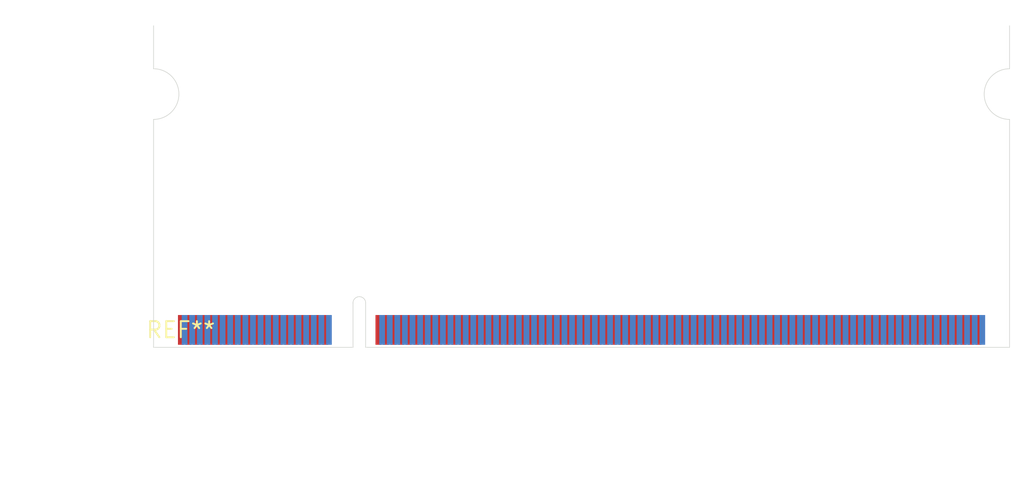
<source format=kicad_pcb>
(kicad_pcb (version 20240108) (generator pcbnew)
  (layers (0 "F.Cu" signal) (31 "B.Cu" signal) (34 "B.Paste" user) (35 "F.Paste" user) (36 "B.SilkS" user "B.Silkscreen") (37 "F.SilkS" user "F.Silkscreen") (38 "B.Mask" user) (39 "F.Mask" user) (44 "Edge.Cuts" user))
  (net 0 "")
  (footprint "SODIMM-200_1.8V_Card_edge" (layer "F.Cu") (at 0 0)
    (property "Reference" "REF**")
    (property "Value" "SODIMM-200_1.8V_Card_edge")
    (fp_line (start -2.15 -20.625) (end -2.15 -24.025) (layer "Edge.Cuts") (stroke (width 0.05)))
    (fp_line (start -2.15 1.375) (end -2.15 -16.625) (layer "Edge.Cuts") (stroke (width 0.05)))
    (fp_line (start 13.6 1.375) (end -2.15 1.375) (layer "Edge.Cuts") (stroke (width 0.05)))
    (fp_line (start 13.6 1.375) (end 13.6 -2.125) (layer "Edge.Cuts") (stroke (width 0.05)))
    (fp_line (start 14.6 -2.125) (end 14.6 1.375) (layer "Edge.Cuts") (stroke (width 0.05)))
    (fp_line (start 14.6 1.375) (end 65.45 1.375) (layer "Edge.Cuts") (stroke (width 0.05)))
    (fp_line (start 65.45 -20.625) (end 65.45 -24.025) (layer "Edge.Cuts") (stroke (width 0.05)))
    (fp_line (start 65.45 1.375) (end 65.45 -16.625) (layer "Edge.Cuts") (stroke (width 0.05)))
    (fp_arc (start -2.15 -20.625) (mid -0.15 -18.625) (end -2.15 -16.625) (layer "Edge.Cuts") (stroke (width 0.05)))
    (fp_arc (start 13.6 -2.125) (mid 14.1 -2.625) (end 14.6 -2.125) (layer "Edge.Cuts") (stroke (width 0.05)))
    (fp_arc (start 65.45 -16.625) (mid 63.45 -18.625) (end 65.45 -20.625) (layer "Edge.Cuts") (stroke (width 0.05)))
    (pad "1" connect rect (at 0 0) (size 0.45 2.35) (layers "F.Cu" "F.Mask"))
    (pad "2" connect rect (at 0.3 0) (size 0.45 2.35) (layers "B.Cu" "B.Mask"))
    (pad "3" connect rect (at 0.6 0) (size 0.45 2.35) (layers "F.Cu" "F.Mask"))
    (pad "4" connect rect (at 0.9 0) (size 0.45 2.35) (layers "B.Cu" "B.Mask"))
    (pad "5" connect rect (at 1.2 0) (size 0.45 2.35) (layers "F.Cu" "F.Mask"))
    (pad "6" connect rect (at 1.5 0) (size 0.45 2.35) (layers "B.Cu" "B.Mask"))
    (pad "7" connect rect (at 1.8 0) (size 0.45 2.35) (layers "F.Cu" "F.Mask"))
    (pad "8" connect rect (at 2.1 0) (size 0.45 2.35) (layers "B.Cu" "B.Mask"))
    (pad "9" connect rect (at 2.4 0) (size 0.45 2.35) (layers "F.Cu" "F.Mask"))
    (pad "10" connect rect (at 2.7 0) (size 0.45 2.35) (layers "B.Cu" "B.Mask"))
    (pad "11" connect rect (at 3 0) (size 0.45 2.35) (layers "F.Cu" "F.Mask"))
    (pad "12" connect rect (at 3.3 0) (size 0.45 2.35) (layers "B.Cu" "B.Mask"))
    (pad "13" connect rect (at 3.6 0) (size 0.45 2.35) (layers "F.Cu" "F.Mask"))
    (pad "14" connect rect (at 3.9 0) (size 0.45 2.35) (layers "B.Cu" "B.Mask"))
    (pad "15" connect rect (at 4.2 0) (size 0.45 2.35) (layers "F.Cu" "F.Mask"))
    (pad "16" connect rect (at 4.5 0) (size 0.45 2.35) (layers "B.Cu" "B.Mask"))
    (pad "17" connect rect (at 4.8 0) (size 0.45 2.35) (layers "F.Cu" "F.Mask"))
    (pad "18" connect rect (at 5.1 0) (size 0.45 2.35) (layers "B.Cu" "B.Mask"))
    (pad "19" connect rect (at 5.4 0) (size 0.45 2.35) (layers "F.Cu" "F.Mask"))
    (pad "20" connect rect (at 5.7 0) (size 0.45 2.35) (layers "B.Cu" "B.Mask"))
    (pad "21" connect rect (at 6 0) (size 0.45 2.35) (layers "F.Cu" "F.Mask"))
    (pad "22" connect rect (at 6.3 0) (size 0.45 2.35) (layers "B.Cu" "B.Mask"))
    (pad "23" connect rect (at 6.6 0) (size 0.45 2.35) (layers "F.Cu" "F.Mask"))
    (pad "24" connect rect (at 6.9 0) (size 0.45 2.35) (layers "B.Cu" "B.Mask"))
    (pad "25" connect rect (at 7.2 0) (size 0.45 2.35) (layers "F.Cu" "F.Mask"))
    (pad "26" connect rect (at 7.5 0) (size 0.45 2.35) (layers "B.Cu" "B.Mask"))
    (pad "27" connect rect (at 7.8 0) (size 0.45 2.35) (layers "F.Cu" "F.Mask"))
    (pad "28" connect rect (at 8.1 0) (size 0.45 2.35) (layers "B.Cu" "B.Mask"))
    (pad "29" connect rect (at 8.4 0) (size 0.45 2.35) (layers "F.Cu" "F.Mask"))
    (pad "30" connect rect (at 8.7 0) (size 0.45 2.35) (layers "B.Cu" "B.Mask"))
    (pad "31" connect rect (at 9 0) (size 0.45 2.35) (layers "F.Cu" "F.Mask"))
    (pad "32" connect rect (at 9.3 0) (size 0.45 2.35) (layers "B.Cu" "B.Mask"))
    (pad "33" connect rect (at 9.6 0) (size 0.45 2.35) (layers "F.Cu" "F.Mask"))
    (pad "34" connect rect (at 9.9 0) (size 0.45 2.35) (layers "B.Cu" "B.Mask"))
    (pad "35" connect rect (at 10.2 0) (size 0.45 2.35) (layers "F.Cu" "F.Mask"))
    (pad "36" connect rect (at 10.5 0) (size 0.45 2.35) (layers "B.Cu" "B.Mask"))
    (pad "37" connect rect (at 10.8 0) (size 0.45 2.35) (layers "F.Cu" "F.Mask"))
    (pad "38" connect rect (at 11.1 0) (size 0.45 2.35) (layers "B.Cu" "B.Mask"))
    (pad "39" connect rect (at 11.4 0) (size 0.45 2.35) (layers "F.Cu" "F.Mask"))
    (pad "40" connect rect (at 11.7 0) (size 0.45 2.35) (layers "B.Cu" "B.Mask"))
    (pad "41" connect rect (at 15.6 0) (size 0.45 2.35) (layers "F.Cu" "F.Mask"))
    (pad "42" connect rect (at 15.9 0) (size 0.45 2.35) (layers "B.Cu" "B.Mask"))
    (pad "43" connect rect (at 16.2 0) (size 0.45 2.35) (layers "F.Cu" "F.Mask"))
    (pad "44" connect rect (at 16.5 0) (size 0.45 2.35) (layers "B.Cu" "B.Mask"))
    (pad "45" connect rect (at 16.8 0) (size 0.45 2.35) (layers "F.Cu" "F.Mask"))
    (pad "46" connect rect (at 17.1 0) (size 0.45 2.35) (layers "B.Cu" "B.Mask"))
    (pad "47" connect rect (at 17.4 0) (size 0.45 2.35) (layers "F.Cu" "F.Mask"))
    (pad "48" connect rect (at 17.7 0) (size 0.45 2.35) (layers "B.Cu" "B.Mask"))
    (pad "49" connect rect (at 18 0) (size 0.45 2.35) (layers "F.Cu" "F.Mask"))
    (pad "50" connect rect (at 18.3 0) (size 0.45 2.35) (layers "B.Cu" "B.Mask"))
    (pad "51" connect rect (at 18.6 0) (size 0.45 2.35) (layers "F.Cu" "F.Mask"))
    (pad "52" connect rect (at 18.9 0) (size 0.45 2.35) (layers "B.Cu" "B.Mask"))
    (pad "53" connect rect (at 19.2 0) (size 0.45 2.35) (layers "F.Cu" "F.Mask"))
    (pad "54" connect rect (at 19.5 0) (size 0.45 2.35) (layers "B.Cu" "B.Mask"))
    (pad "55" connect rect (at 19.8 0) (size 0.45 2.35) (layers "F.Cu" "F.Mask"))
    (pad "56" connect rect (at 20.1 0) (size 0.45 2.35) (layers "B.Cu" "B.Mask"))
    (pad "57" connect rect (at 20.4 0) (size 0.45 2.35) (layers "F.Cu" "F.Mask"))
    (pad "58" connect rect (at 20.7 0) (size 0.45 2.35) (layers "B.Cu" "B.Mask"))
    (pad "59" connect rect (at 21 0) (size 0.45 2.35) (layers "F.Cu" "F.Mask"))
    (pad "60" connect rect (at 21.3 0) (size 0.45 2.35) (layers "B.Cu" "B.Mask"))
    (pad "61" connect rect (at 21.6 0) (size 0.45 2.35) (layers "F.Cu" "F.Mask"))
    (pad "62" connect rect (at 21.9 0) (size 0.45 2.35) (layers "B.Cu" "B.Mask"))
    (pad "63" connect rect (at 22.2 0) (size 0.45 2.35) (layers "F.Cu" "F.Mask"))
    (pad "64" connect rect (at 22.5 0) (size 0.45 2.35) (layers "B.Cu" "B.Mask"))
    (pad "65" connect rect (at 22.8 0) (size 0.45 2.35) (layers "F.Cu" "F.Mask"))
    (pad "66" connect rect (at 23.1 0) (size 0.45 2.35) (layers "B.Cu" "B.Mask"))
    (pad "67" connect rect (at 23.4 0) (size 0.45 2.35) (layers "F.Cu" "F.Mask"))
    (pad "68" connect rect (at 23.7 0) (size 0.45 2.35) (layers "B.Cu" "B.Mask"))
    (pad "69" connect rect (at 24 0) (size 0.45 2.35) (layers "F.Cu" "F.Mask"))
    (pad "70" connect rect (at 24.3 0) (size 0.45 2.35) (layers "B.Cu" "B.Mask"))
    (pad "71" connect rect (at 24.6 0) (size 0.45 2.35) (layers "F.Cu" "F.Mask"))
    (pad "72" connect rect (at 24.9 0) (size 0.45 2.35) (layers "B.Cu" "B.Mask"))
    (pad "73" connect rect (at 25.2 0) (size 0.45 2.35) (layers "F.Cu" "F.Mask"))
    (pad "74" connect rect (at 25.5 0) (size 0.45 2.35) (layers "B.Cu" "B.Mask"))
    (pad "75" connect rect (at 25.8 0) (size 0.45 2.35) (layers "F.Cu" "F.Mask"))
    (pad "76" connect rect (at 26.1 0) (size 0.45 2.35) (layers "B.Cu" "B.Mask"))
    (pad "77" connect rect (at 26.4 0) (size 0.45 2.35) (layers "F.Cu" "F.Mask"))
    (pad "78" connect rect (at 26.7 0) (size 0.45 2.35) (layers "B.Cu" "B.Mask"))
    (pad "79" connect rect (at 27 0) (size 0.45 2.35) (layers "F.Cu" "F.Mask"))
    (pad "80" connect rect (at 27.3 0) (size 0.45 2.35) (layers "B.Cu" "B.Mask"))
    (pad "81" connect rect (at 27.6 0) (size 0.45 2.35) (layers "F.Cu" "F.Mask"))
    (pad "82" connect rect (at 27.9 0) (size 0.45 2.35) (layers "B.Cu" "B.Mask"))
    (pad "83" connect rect (at 28.2 0) (size 0.45 2.35) (layers "F.Cu" "F.Mask"))
    (pad "84" connect rect (at 28.5 0) (size 0.45 2.35) (layers "B.Cu" "B.Mask"))
    (pad "85" connect rect (at 28.8 0) (size 0.45 2.35) (layers "F.Cu" "F.Mask"))
    (pad "86" connect rect (at 29.1 0) (size 0.45 2.35) (layers "B.Cu" "B.Mask"))
    (pad "87" connect rect (at 29.4 0) (size 0.45 2.35) (layers "F.Cu" "F.Mask"))
    (pad "88" connect rect (at 29.7 0) (size 0.45 2.35) (layers "B.Cu" "B.Mask"))
    (pad "89" connect rect (at 30 0) (size 0.45 2.35) (layers "F.Cu" "F.Mask"))
    (pad "90" connect rect (at 30.3 0) (size 0.45 2.35) (layers "B.Cu" "B.Mask"))
    (pad "91" connect rect (at 30.6 0) (size 0.45 2.35) (layers "F.Cu" "F.Mask"))
    (pad "92" connect rect (at 30.9 0) (size 0.45 2.35) (layers "B.Cu" "B.Mask"))
    (pad "93" connect rect (at 31.2 0) (size 0.45 2.35) (layers "F.Cu" "F.Mask"))
    (pad "94" connect rect (at 31.5 0) (size 0.45 2.35) (layers "B.Cu" "B.Mask"))
    (pad "95" connect rect (at 31.8 0) (size 0.45 2.35) (layers "F.Cu" "F.Mask"))
    (pad "96" connect rect (at 32.1 0) (size 0.45 2.35) (layers "B.Cu" "B.Mask"))
    (pad "97" connect rect (at 32.4 0) (size 0.45 2.35) (layers "F.Cu" "F.Mask"))
    (pad "98" connect rect (at 32.7 0) (size 0.45 2.35) (layers "B.Cu" "B.Mask"))
    (pad "99" connect rect (at 33 0) (size 0.45 2.35) (layers "F.Cu" "F.Mask"))
    (pad "100" connect rect (at 33.3 0) (size 0.45 2.35) (layers "B.Cu" "B.Mask"))
    (pad "101" connect rect (at 33.6 0) (size 0.45 2.35) (layers "F.Cu" "F.Mask"))
    (pad "102" connect rect (at 33.9 0) (size 0.45 2.35) (layers "B.Cu" "B.Mask"))
    (pad "103" connect rect (at 34.2 0) (size 0.45 2.35) (layers "F.Cu" "F.Mask"))
    (pad "104" connect rect (at 34.5 0) (size 0.45 2.35) (layers "B.Cu" "B.Mask"))
    (pad "105" connect rect (at 34.8 0) (size 0.45 2.35) (layers "F.Cu" "F.Mask"))
    (pad "106" connect rect (at 35.1 0) (size 0.45 2.35) (layers "B.Cu" "B.Mask"))
    (pad "107" connect rect (at 35.4 0) (size 0.45 2.35) (layers "F.Cu" "F.Mask"))
    (pad "108" connect rect (at 35.7 0) (size 0.45 2.35) (layers "B.Cu" "B.Mask"))
    (pad "109" connect rect (at 36 0) (size 0.45 2.35) (layers "F.Cu" "F.Mask"))
    (pad "110" connect rect (at 36.3 0) (size 0.45 2.35) (layers "B.Cu" "B.Mask"))
    (pad "111" connect rect (at 36.6 0) (size 0.45 2.35) (layers "F.Cu" "F.Mask"))
    (pad "112" connect rect (at 36.9 0) (size 0.45 2.35) (layers "B.Cu" "B.Mask"))
    (pad "113" connect rect (at 37.2 0) (size 0.45 2.35) (layers "F.Cu" "F.Mask"))
    (pad "114" connect rect (at 37.5 0) (size 0.45 2.35) (layers "B.Cu" "B.Mask"))
    (pad "115" connect rect (at 37.8 0) (size 0.45 2.35) (layers "F.Cu" "F.Mask"))
    (pad "116" connect rect (at 38.1 0) (size 0.45 2.35) (layers "B.Cu" "B.Mask"))
    (pad "117" connect rect (at 38.4 0) (size 0.45 2.35) (layers "F.Cu" "F.Mask"))
    (pad "118" connect rect (at 38.7 0) (size 0.45 2.35) (layers "B.Cu" "B.Mask"))
    (pad "119" connect rect (at 39 0) (size 0.45 2.35) (layers "F.Cu" "F.Mask"))
    (pad "120" connect rect (at 39.3 0) (size 0.45 2.35) (layers "B.Cu" "B.Mask"))
    (pad "121" connect rect (at 39.6 0) (size 0.45 2.35) (layers "F.Cu" "F.Mask"))
    (pad "122" connect rect (at 39.9 0) (size 0.45 2.35) (layers "B.Cu" "B.Mask"))
    (pad "123" connect rect (at 40.2 0) (size 0.45 2.35) (layers "F.Cu" "F.Mask"))
    (pad "124" connect rect (at 40.5 0) (size 0.45 2.35) (layers "B.Cu" "B.Mask"))
    (pad "125" connect rect (at 40.8 0) (size 0.45 2.35) (layers "F.Cu" "F.Mask"))
    (pad "126" connect rect (at 41.1 0) (size 0.45 2.35) (layers "B.Cu" "B.Mask"))
    (pad "127" connect rect (at 41.4 0) (size 0.45 2.35) (layers "F.Cu" "F.Mask"))
    (pad "128" connect rect (at 41.7 0) (size 0.45 2.35) (layers "B.Cu" "B.Mask"))
    (pad "129" connect rect (at 42 0) (size 0.45 2.35) (layers "F.Cu" "F.Mask"))
    (pad "130" connect rect (at 42.3 0) (size 0.45 2.35) (layers "B.Cu" "B.Mask"))
    (pad "131" connect rect (at 42.6 0) (size 0.45 2.35) (layers "F.Cu" "F.Mask"))
    (pad "132" connect rect (at 42.9 0) (size 0.45 2.35) (layers "B.Cu" "B.Mask"))
    (pad "133" connect rect (at 43.2 0) (size 0.45 2.35) (layers "F.Cu" "F.Mask"))
    (pad "134" connect rect (at 43.5 0) (size 0.45 2.35) (layers "B.Cu" "B.Mask"))
    (pad "135" connect rect (at 43.8 0) (size 0.45 2.35) (layers "F.Cu" "F.Mask"))
    (pad "136" connect rect (at 44.1 0) (size 0.45 2.35) (layers "B.Cu" "B.Mask"))
    (pad "137" connect rect (at 44.4 0) (size 0.45 2.35) (layers "F.Cu" "F.Mask"))
    (pad "138" connect rect (at 44.7 0) (size 0.45 2.35) (layers "B.Cu" "B.Mask"))
    (pad "139" connect rect (at 45 0) (size 0.45 2.35) (layers "F.Cu" "F.Mask"))
    (pad "140" connect rect (at 45.3 0) (size 0.45 2.35) (layers "B.Cu" "B.Mask"))
    (pad "141" connect rect (at 45.6 0) (size 0.45 2.35) (layers "F.Cu" "F.Mask"))
    (pad "142" connect rect (at 45.9 0) (size 0.45 2.35) (layers "B.Cu" "B.Mask"))
    (pad "143" connect rect (at 46.2 0) (size 0.45 2.35) (layers "F.Cu" "F.Mask"))
    (pad "144" connect rect (at 46.5 0) (size 0.45 2.35) (layers "B.Cu" "B.Mask"))
    (pad "145" connect rect (at 46.8 0) (size 0.45 2.35) (layers "F.Cu" "F.Mask"))
    (pad "146" connect rect (at 47.1 0) (size 0.45 2.35) (layers "B.Cu" "B.Mask"))
    (pad "147" connect rect (at 47.4 0) (size 0.45 2.35) (layers "F.Cu" "F.Mask"))
    (pad "148" connect rect (at 47.7 0) (size 0.45 2.35) (layers "B.Cu" "B.Mask"))
    (pad "149" connect rect (at 48 0) (size 0.45 2.35) (layers "F.Cu" "F.Mask"))
    (pad "150" connect rect (at 48.3 0) (size 0.45 2.35) (layers "B.Cu" "B.Mask"))
    (pad "151" connect rect (at 48.6 0) (size 0.45 2.35) (layers "F.Cu" "F.Mask"))
    (pad "152" connect rect (at 48.9 0) (size 0.45 2.35) (layers "B.Cu" "B.Mask"))
    (pad "153" connect rect (at 49.2 0) (size 0.45 2.35) (layers "F.Cu" "F.Mask"))
    (pad "154" connect rect (at 49.5 0) (size 0.45 2.35) (layers "B.Cu" "B.Mask"))
    (pad "155" connect rect (at 49.8 0) (size 0.45 2.35) (layers "F.Cu" "F.Mask"))
    (pad "156" connect rect (at 50.1 0) (size 0.45 2.35) (layers "B.Cu" "B.Mask"))
    (pad "157" connect rect (at 50.4 0) (size 0.45 2.35) (layers "F.Cu" "F.Mask"))
    (pad "158" connect rect (at 50.7 0) (size 0.45 2.35) (layers "B.Cu" "B.Mask"))
    (pad "159" connect rect (at 51 0) (size 0.45 2.35) (layers "F.Cu" "F.Mask"))
    (pad "160" connect rect (at 51.3 0) (size 0.45 2.35) (layers "B.Cu" "B.Mask"))
    (pad "161" connect rect (at 51.6 0) (size 0.45 2.35) (layers "F.Cu" "F.Mask"))
    (pad "162" connect rect (at 51.9 0) (size 0.45 2.35) (layers "B.Cu" "B.Mask"))
    (pad "163" connect rect (at 52.2 0) (size 0.45 2.35) (layers "F.Cu" "F.Mask"))
    (pad "164" connect rect (at 52.5 0) (size 0.45 2.35) (layers "B.Cu" "B.Mask"))
    (pad "165" connect rect (at 52.8 0) (size 0.45 2.35) (layers "F.Cu" "F.Mask"))
    (pad "166" connect rect (at 53.1 0) (size 0.45 2.35) (layers "B.Cu" "B.Mask"))
    (pad "167" connect rect (at 53.4 0) (size 0.45 2.35) (layers "F.Cu" "F.Mask"))
    (pad "168" connect rect (at 53.7 0) (size 0.45 2.35) (layers "B.Cu" "B.Mask"))
    (pad "169" connect rect (at 54 0) (size 0.45 2.35) (layers "F.Cu" "F.Mask"))
    (pad "170" connect rect (at 54.3 0) (size 0.45 2.35) (layers "B.Cu" "B.Mask"))
    (pad "171" connect rect (at 54.6 0) (size 0.45 2.35) (layers "F.Cu" "F.Mask"))
    (pad "172" connect rect (at 54.9 0) (size 0.45 2.35) (layers "B.Cu" "B.Mask"))
    (pad "173" connect rect (at 55.2 0) (size 0.45 2.35) (layers "F.Cu" "F.Mask"))
    (pad "174" connect rect (at 55.5 0) (size 0.45 2.35) (layers "B.Cu" "B.Mask"))
    (pad "175" connect rect (at 55.8 0) (size 0.45 2.35) (layers "F.Cu" "F.Mask"))
    (pad "176" connect rect (at 56.1 0) (size 0.45 2.35) (layers "B.Cu" "B.Mask"))
    (pad "177" connect rect (at 56.4 0) (size 0.45 2.35) (layers "F.Cu" "F.Mask"))
    (pad "178" connect rect (at 56.7 0) (size 0.45 2.35) (layers "B.Cu" "B.Mask"))
    (pad "179" connect rect (at 57 0) (size 0.45 2.35) (layers "F.Cu" "F.Mask"))
    (pad "180" connect rect (at 57.3 0) (size 0.45 2.35) (layers "B.Cu" "B.Mask"))
    (pad "181" connect rect (at 57.6 0) (size 0.45 2.35) (layers "F.Cu" "F.Mask"))
    (pad "182" connect rect (at 57.9 0) (size 0.45 2.35) (layers "B.Cu" "B.Mask"))
    (pad "183" connect rect (at 58.2 0) (size 0.45 2.35) (layers "F.Cu" "F.Mask"))
    (pad "184" connect rect (at 58.5 0) (size 0.45 2.35) (layers "B.Cu" "B.Mask"))
    (pad "185" connect rect (at 58.8 0) (size 0.45 2.35) (layers "F.Cu" "F.Mask"))
    (pad "186" connect rect (at 59.1 0) (size 0.45 2.35) (layers "B.Cu" "B.Mask"))
    (pad "187" connect rect (at 59.4 0) (size 0.45 2.35) (layers "F.Cu" "F.Mask"))
    (pad "188" connect rect (at 59.7 0) (size 0.45 2.35) (layers "B.Cu" "B.Mask"))
    (pad "189" connect rect (at 60 0) (size 0.45 2.35) (layers "F.Cu" "F.Mask"))
    (pad "190" connect rect (at 60.3 0) (size 0.45 2.35) (layers "B.Cu" "B.Mask"))
    (pad "191" connect rect (at 60.6 0) (size 0.45 2.35) (layers "F.Cu" "F.Mask"))
    (pad "192" connect rect (at 60.9 0) (size 0.45 2.35) (layers "B.Cu" "B.Mask"))
    (pad "193" connect rect (at 61.2 0) (size 0.45 2.35) (layers "F.Cu" "F.Mask"))
    (pad "194" connect rect (at 61.5 0) (size 0.45 2.35) (layers "B.Cu" "B.Mask"))
    (pad "195" connect rect (at 61.8 0) (size 0.45 2.35) (layers "F.Cu" "F.Mask"))
    (pad "196" connect rect (at 62.1 0) (size 0.45 2.35) (layers "B.Cu" "B.Mask"))
    (pad "197" connect rect (at 62.4 0) (size 0.45 2.35) (layers "F.Cu" "F.Mask"))
    (pad "198" connect rect (at 62.7 0) (size 0.45 2.35) (layers "B.Cu" "B.Mask"))
    (pad "199" connect rect (at 63 0) (size 0.45 2.35) (layers "F.Cu" "F.Mask"))
    (pad "200" connect rect (at 63.3 0) (size 0.45 2.35) (layers "B.Cu" "B.Mask"))
  )
)
</source>
